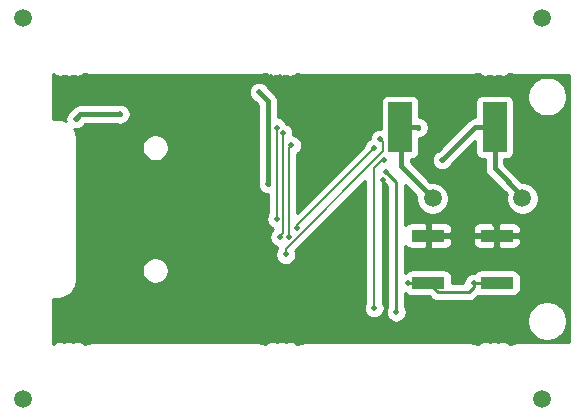
<source format=gtl>
%TF.GenerationSoftware,KiCad,Pcbnew,(5.1.8)-1*%
%TF.CreationDate,2021-01-16T15:49:20-05:00*%
%TF.ProjectId,uratt_fp,75726174-745f-4667-902e-6b696361645f,rev?*%
%TF.SameCoordinates,Original*%
%TF.FileFunction,Copper,L1,Top*%
%TF.FilePolarity,Positive*%
%FSLAX46Y46*%
G04 Gerber Fmt 4.6, Leading zero omitted, Abs format (unit mm)*
G04 Created by KiCad (PCBNEW (5.1.8)-1) date 2021-01-16 15:49:20*
%MOMM*%
%LPD*%
G01*
G04 APERTURE LIST*
%TA.AperFunction,ComponentPad*%
%ADD10C,1.508000*%
%TD*%
%TA.AperFunction,SMDPad,CuDef*%
%ADD11C,1.500000*%
%TD*%
%TA.AperFunction,SMDPad,CuDef*%
%ADD12R,2.800000X1.000000*%
%TD*%
%TA.AperFunction,SMDPad,CuDef*%
%ADD13R,2.000000X4.200000*%
%TD*%
%TA.AperFunction,ViaPad*%
%ADD14C,0.500000*%
%TD*%
%TA.AperFunction,Conductor*%
%ADD15C,0.400000*%
%TD*%
%TA.AperFunction,Conductor*%
%ADD16C,0.250000*%
%TD*%
%TA.AperFunction,Conductor*%
%ADD17C,0.200000*%
%TD*%
%TA.AperFunction,Conductor*%
%ADD18C,0.254000*%
%TD*%
%TA.AperFunction,Conductor*%
%ADD19C,0.100000*%
%TD*%
G04 APERTURE END LIST*
D10*
%TO.P,LS101,1*%
%TO.N,Net-(BZ101-Pad1)*%
X74950000Y-137500000D03*
%TO.P,LS101,2*%
%TO.N,Net-(BZ101-Pad2)*%
X82550000Y-137500000D03*
%TD*%
D11*
%TO.P,FID6,*%
%TO.N,*%
X84250000Y-122250000D03*
%TD*%
%TO.P,FID5,*%
%TO.N,*%
X40250000Y-122250000D03*
%TD*%
%TO.P,FID2,*%
%TO.N,*%
X84250000Y-154500000D03*
%TD*%
%TO.P,FID1,*%
%TO.N,*%
X40250000Y-154500000D03*
%TD*%
D12*
%TO.P,SW101,2*%
%TO.N,Net-(C101-Pad1)*%
X80370000Y-144648000D03*
X74570000Y-144648000D03*
%TO.P,SW101,1*%
%TO.N,GND1*%
X80370000Y-140648000D03*
X74570000Y-140648000D03*
%TD*%
D13*
%TO.P,BZ101,2*%
%TO.N,Net-(BZ101-Pad2)*%
X80200000Y-131456000D03*
%TO.P,BZ101,1*%
%TO.N,Net-(BZ101-Pad1)*%
X72200000Y-131456000D03*
%TD*%
D14*
%TO.N,GND1*%
X81000000Y-142750000D03*
X79500000Y-142750000D03*
X74500000Y-142750000D03*
X62000000Y-127250000D03*
X60500000Y-127250000D03*
X59750000Y-127250000D03*
X58250000Y-127250000D03*
X59000000Y-127250000D03*
X61250000Y-127250000D03*
X51500000Y-141250000D03*
X51500000Y-139000000D03*
X51500000Y-137500000D03*
X51500000Y-136750000D03*
X51500000Y-140500000D03*
X51500000Y-139750000D03*
X51500000Y-138250000D03*
X57750000Y-134000000D03*
X59500000Y-134000000D03*
X52750000Y-135750000D03*
X52750000Y-134250000D03*
X52750000Y-137750000D03*
X56750000Y-137750000D03*
X56750000Y-135625000D03*
X55000000Y-133500000D03*
X80250000Y-139750000D03*
X60000000Y-129500000D03*
X56250000Y-129500000D03*
X64750000Y-135250000D03*
X70709786Y-135945974D03*
X67250000Y-148000000D03*
X65750000Y-144500000D03*
X75250000Y-132250000D03*
X70250000Y-131000000D03*
%TO.N,/R_LCD_3.3V*%
X61025000Y-136275000D03*
X60250000Y-128500000D03*
%TO.N,/R_BTN*%
X71879945Y-147129945D03*
X71000000Y-135250000D03*
%TO.N,/R_LCD_RESET*%
X62000000Y-140750000D03*
X62280000Y-132000000D03*
%TO.N,/R_LCD_CLK*%
X63000000Y-133000000D03*
X62750226Y-140750226D03*
%TO.N,/R_LCD_CS*%
X61750000Y-139250000D03*
X61750000Y-131500000D03*
%TO.N,/R_LCD_DC*%
X62500000Y-142250000D03*
X70500000Y-132500000D03*
%TO.N,/R_LCD_MOSI*%
X70000000Y-133250010D03*
X63500226Y-140000226D03*
%TO.N,/R_BEEPER*%
X70000000Y-146750000D03*
X70802443Y-134267554D03*
%TO.N,Net-(BZ101-Pad2)*%
X75749990Y-134250000D03*
%TO.N,Net-(BZ101-Pad1)*%
X73750000Y-131500000D03*
%TO.N,Net-(C101-Pad1)*%
X72898000Y-144648000D03*
X78440527Y-144687202D03*
%TO.N,Net-(Q101-Pad1)*%
X48500000Y-130370000D03*
X44750000Y-130750000D03*
%TD*%
D15*
%TO.N,GND1*%
X80370000Y-139870000D02*
X80250000Y-139750000D01*
X80370000Y-140648000D02*
X80370000Y-139870000D01*
%TO.N,/R_LCD_3.3V*%
X61025000Y-129275000D02*
X60250000Y-128500000D01*
X61025000Y-136275000D02*
X61025000Y-129275000D01*
D16*
%TO.N,/R_BTN*%
X71879945Y-136129945D02*
X71879945Y-147129945D01*
X71879945Y-136129945D02*
X71000000Y-135250000D01*
D17*
%TO.N,/R_LCD_RESET*%
X62280000Y-140470000D02*
X62280000Y-132000000D01*
X62000000Y-140750000D02*
X62280000Y-140470000D01*
%TO.N,/R_LCD_CLK*%
X63000000Y-133000000D02*
X62750226Y-133249774D01*
X62750226Y-133249774D02*
X62750226Y-140750226D01*
%TO.N,/R_LCD_CS*%
X61750000Y-139250000D02*
X61750000Y-131500000D01*
%TO.N,/R_LCD_DC*%
X62500000Y-142250000D02*
X62500000Y-141750000D01*
X62500000Y-141750000D02*
X70750000Y-133500000D01*
X70750000Y-133500000D02*
X70749999Y-132749999D01*
X70749999Y-132749999D02*
X70500000Y-132500000D01*
%TO.N,/R_LCD_MOSI*%
X70000000Y-133250010D02*
X63500226Y-139749784D01*
X63500226Y-139749784D02*
X63500226Y-140000226D01*
%TO.N,/R_BEEPER*%
X70698044Y-134267554D02*
X70802443Y-134267554D01*
X70000000Y-134965598D02*
X70698044Y-134267554D01*
X70000000Y-146750000D02*
X70000000Y-134965598D01*
D15*
%TO.N,Net-(BZ101-Pad2)*%
X82550000Y-137500000D02*
X82550000Y-137300000D01*
X80200000Y-134950000D02*
X80200000Y-131456000D01*
X82550000Y-137300000D02*
X80200000Y-134950000D01*
X80200000Y-131456000D02*
X78543990Y-131456000D01*
X78543990Y-131456000D02*
X75749990Y-134250000D01*
%TO.N,Net-(BZ101-Pad1)*%
X73706000Y-131456000D02*
X73750000Y-131500000D01*
X72200000Y-131456000D02*
X73706000Y-131456000D01*
X74950000Y-137500000D02*
X72250000Y-134800000D01*
X72250000Y-131506000D02*
X72200000Y-131456000D01*
X72250000Y-134800000D02*
X72250000Y-131506000D01*
D16*
%TO.N,Net-(C101-Pad1)*%
X74570000Y-144648000D02*
X72898000Y-144648000D01*
X78479729Y-144648000D02*
X78440527Y-144687202D01*
X75377072Y-145455072D02*
X78026210Y-145455072D01*
X74570000Y-144648000D02*
X75377072Y-145455072D01*
X80370000Y-144648000D02*
X78479729Y-144648000D01*
X78440527Y-145040755D02*
X78440527Y-144687202D01*
X78026210Y-145455072D02*
X78440527Y-145040755D01*
D15*
%TO.N,Net-(Q101-Pad1)*%
X45130000Y-130370000D02*
X44750000Y-130750000D01*
X48500000Y-130370000D02*
X45130000Y-130370000D01*
%TD*%
D18*
%TO.N,GND1*%
X78879655Y-127009168D02*
X79012321Y-127097812D01*
X79159732Y-127158872D01*
X79316222Y-127190000D01*
X79475778Y-127190000D01*
X79632268Y-127158872D01*
X79771000Y-127101407D01*
X79909732Y-127158872D01*
X80066222Y-127190000D01*
X80225778Y-127190000D01*
X80382268Y-127158872D01*
X80521000Y-127101407D01*
X80659732Y-127158872D01*
X80816222Y-127190000D01*
X80975778Y-127190000D01*
X81132268Y-127158872D01*
X81279679Y-127097812D01*
X81412345Y-127009168D01*
X81492065Y-126929448D01*
X81500739Y-126933022D01*
X81557807Y-126957482D01*
X81566944Y-126960310D01*
X81753780Y-127016719D01*
X81814690Y-127028780D01*
X81875409Y-127041686D01*
X81884921Y-127042686D01*
X82079155Y-127061731D01*
X82079163Y-127061731D01*
X82112353Y-127065000D01*
X86461001Y-127065000D01*
X86461000Y-149695000D01*
X82112353Y-149695000D01*
X82078169Y-149698367D01*
X82065193Y-149698367D01*
X82055681Y-149699366D01*
X81861732Y-149721121D01*
X81801024Y-149734025D01*
X81740099Y-149746089D01*
X81730962Y-149748917D01*
X81544932Y-149807930D01*
X81492091Y-149830578D01*
X81412345Y-149750832D01*
X81279679Y-149662188D01*
X81132268Y-149601128D01*
X80975778Y-149570000D01*
X80816222Y-149570000D01*
X80659732Y-149601128D01*
X80521000Y-149658593D01*
X80382268Y-149601128D01*
X80225778Y-149570000D01*
X80066222Y-149570000D01*
X79909732Y-149601128D01*
X79771000Y-149658593D01*
X79632268Y-149601128D01*
X79475778Y-149570000D01*
X79316222Y-149570000D01*
X79159732Y-149601128D01*
X79012321Y-149662188D01*
X78879655Y-149750832D01*
X78799934Y-149830553D01*
X78791261Y-149826978D01*
X78734193Y-149802519D01*
X78725057Y-149799690D01*
X78538220Y-149743281D01*
X78477302Y-149731219D01*
X78416590Y-149718314D01*
X78407078Y-149717314D01*
X78212845Y-149698269D01*
X78212837Y-149698269D01*
X78179647Y-149695000D01*
X64112353Y-149695000D01*
X64078169Y-149698367D01*
X64065193Y-149698367D01*
X64055681Y-149699366D01*
X63861732Y-149721121D01*
X63801024Y-149734025D01*
X63740099Y-149746089D01*
X63730962Y-149748917D01*
X63544932Y-149807930D01*
X63492091Y-149830578D01*
X63412345Y-149750832D01*
X63279679Y-149662188D01*
X63132268Y-149601128D01*
X62975778Y-149570000D01*
X62816222Y-149570000D01*
X62659732Y-149601128D01*
X62521000Y-149658593D01*
X62382268Y-149601128D01*
X62225778Y-149570000D01*
X62066222Y-149570000D01*
X61909732Y-149601128D01*
X61771000Y-149658593D01*
X61632268Y-149601128D01*
X61475778Y-149570000D01*
X61316222Y-149570000D01*
X61159732Y-149601128D01*
X61012321Y-149662188D01*
X60879655Y-149750832D01*
X60799934Y-149830553D01*
X60791261Y-149826978D01*
X60734193Y-149802519D01*
X60725057Y-149799690D01*
X60538220Y-149743281D01*
X60477302Y-149731219D01*
X60416590Y-149718314D01*
X60407078Y-149717314D01*
X60212845Y-149698269D01*
X60212837Y-149698269D01*
X60179647Y-149695000D01*
X46112353Y-149695000D01*
X46078169Y-149698367D01*
X46065193Y-149698367D01*
X46055681Y-149699366D01*
X45861732Y-149721121D01*
X45801024Y-149734025D01*
X45740099Y-149746089D01*
X45730962Y-149748917D01*
X45544932Y-149807930D01*
X45492091Y-149830578D01*
X45412345Y-149750832D01*
X45279679Y-149662188D01*
X45132268Y-149601128D01*
X44975778Y-149570000D01*
X44816222Y-149570000D01*
X44659732Y-149601128D01*
X44521000Y-149658593D01*
X44382268Y-149601128D01*
X44225778Y-149570000D01*
X44066222Y-149570000D01*
X43909732Y-149601128D01*
X43771000Y-149658593D01*
X43632268Y-149601128D01*
X43475778Y-149570000D01*
X43316222Y-149570000D01*
X43159732Y-149601128D01*
X43012321Y-149662188D01*
X42879655Y-149750832D01*
X42799934Y-149830553D01*
X42799000Y-149830168D01*
X42799000Y-146015000D01*
X43179647Y-146015000D01*
X43208955Y-146012113D01*
X43215066Y-146012156D01*
X43224585Y-146011223D01*
X43418682Y-145990822D01*
X43479496Y-145978339D01*
X43540481Y-145966705D01*
X43549637Y-145963941D01*
X43736075Y-145906229D01*
X43793279Y-145882182D01*
X43850873Y-145858913D01*
X43859317Y-145854423D01*
X44030994Y-145761598D01*
X44082468Y-145726878D01*
X44134418Y-145692883D01*
X44141829Y-145686839D01*
X44292207Y-145562435D01*
X44335973Y-145518362D01*
X44380311Y-145474943D01*
X44386408Y-145467574D01*
X44509758Y-145316332D01*
X44544126Y-145264603D01*
X44579191Y-145213392D01*
X44583739Y-145204981D01*
X44583740Y-145204980D01*
X44583742Y-145204976D01*
X44675366Y-145032657D01*
X44699022Y-144975261D01*
X44723482Y-144918193D01*
X44726310Y-144909056D01*
X44782719Y-144722220D01*
X44794780Y-144661310D01*
X44807686Y-144600591D01*
X44808686Y-144591079D01*
X44827731Y-144396845D01*
X44827731Y-144396837D01*
X44831000Y-144363647D01*
X44831000Y-143491212D01*
X50329000Y-143491212D01*
X50329000Y-143714788D01*
X50372617Y-143934067D01*
X50458176Y-144140624D01*
X50582388Y-144326520D01*
X50740480Y-144484612D01*
X50926376Y-144608824D01*
X51132933Y-144694383D01*
X51352212Y-144738000D01*
X51575788Y-144738000D01*
X51795067Y-144694383D01*
X52001624Y-144608824D01*
X52187520Y-144484612D01*
X52345612Y-144326520D01*
X52469824Y-144140624D01*
X52555383Y-143934067D01*
X52599000Y-143714788D01*
X52599000Y-143491212D01*
X52555383Y-143271933D01*
X52469824Y-143065376D01*
X52345612Y-142879480D01*
X52187520Y-142721388D01*
X52001624Y-142597176D01*
X51795067Y-142511617D01*
X51575788Y-142468000D01*
X51352212Y-142468000D01*
X51132933Y-142511617D01*
X50926376Y-142597176D01*
X50740480Y-142721388D01*
X50582388Y-142879480D01*
X50458176Y-143065376D01*
X50372617Y-143271933D01*
X50329000Y-143491212D01*
X44831000Y-143491212D01*
X44831000Y-133091212D01*
X50329000Y-133091212D01*
X50329000Y-133314788D01*
X50372617Y-133534067D01*
X50458176Y-133740624D01*
X50582388Y-133926520D01*
X50740480Y-134084612D01*
X50926376Y-134208824D01*
X51132933Y-134294383D01*
X51352212Y-134338000D01*
X51575788Y-134338000D01*
X51795067Y-134294383D01*
X52001624Y-134208824D01*
X52187520Y-134084612D01*
X52345612Y-133926520D01*
X52469824Y-133740624D01*
X52555383Y-133534067D01*
X52599000Y-133314788D01*
X52599000Y-133091212D01*
X52555383Y-132871933D01*
X52469824Y-132665376D01*
X52345612Y-132479480D01*
X52187520Y-132321388D01*
X52001624Y-132197176D01*
X51795067Y-132111617D01*
X51575788Y-132068000D01*
X51352212Y-132068000D01*
X51132933Y-132111617D01*
X50926376Y-132197176D01*
X50740480Y-132321388D01*
X50582388Y-132479480D01*
X50458176Y-132665376D01*
X50372617Y-132871933D01*
X50329000Y-133091212D01*
X44831000Y-133091212D01*
X44831000Y-132396353D01*
X44828113Y-132367045D01*
X44828156Y-132360933D01*
X44827223Y-132351415D01*
X44806822Y-132157318D01*
X44794339Y-132096504D01*
X44782705Y-132035519D01*
X44779941Y-132026363D01*
X44722229Y-131839925D01*
X44698170Y-131782692D01*
X44674913Y-131725127D01*
X44670423Y-131716682D01*
X44621850Y-131626848D01*
X44662835Y-131635000D01*
X44837165Y-131635000D01*
X45008145Y-131600990D01*
X45169205Y-131534277D01*
X45314155Y-131437424D01*
X45437424Y-131314155D01*
X45510359Y-131205000D01*
X48203252Y-131205000D01*
X48241855Y-131220990D01*
X48412835Y-131255000D01*
X48587165Y-131255000D01*
X48758145Y-131220990D01*
X48919205Y-131154277D01*
X49064155Y-131057424D01*
X49187424Y-130934155D01*
X49284277Y-130789205D01*
X49350990Y-130628145D01*
X49385000Y-130457165D01*
X49385000Y-130282835D01*
X49350990Y-130111855D01*
X49284277Y-129950795D01*
X49187424Y-129805845D01*
X49064155Y-129682576D01*
X48919205Y-129585723D01*
X48758145Y-129519010D01*
X48587165Y-129485000D01*
X48412835Y-129485000D01*
X48241855Y-129519010D01*
X48203252Y-129535000D01*
X45171018Y-129535000D01*
X45129999Y-129530960D01*
X45088981Y-129535000D01*
X44966311Y-129547082D01*
X44808913Y-129594828D01*
X44663854Y-129672364D01*
X44536709Y-129776709D01*
X44510554Y-129808579D01*
X44369401Y-129949732D01*
X44330795Y-129965723D01*
X44185845Y-130062576D01*
X44062576Y-130185845D01*
X43965723Y-130330795D01*
X43899010Y-130491855D01*
X43865000Y-130662835D01*
X43865000Y-130837165D01*
X43881051Y-130917859D01*
X43848657Y-130900635D01*
X43791261Y-130876978D01*
X43734193Y-130852519D01*
X43725057Y-130849690D01*
X43538220Y-130793281D01*
X43477302Y-130781219D01*
X43416590Y-130768314D01*
X43407078Y-130767314D01*
X43212845Y-130748269D01*
X43212837Y-130748269D01*
X43179647Y-130745000D01*
X42799000Y-130745000D01*
X42799000Y-128412835D01*
X59365000Y-128412835D01*
X59365000Y-128587165D01*
X59399010Y-128758145D01*
X59465723Y-128919205D01*
X59562576Y-129064155D01*
X59685845Y-129187424D01*
X59830795Y-129284277D01*
X59869400Y-129300268D01*
X60190001Y-129620869D01*
X60190000Y-135978251D01*
X60174010Y-136016855D01*
X60140000Y-136187835D01*
X60140000Y-136362165D01*
X60174010Y-136533145D01*
X60240723Y-136694205D01*
X60337576Y-136839155D01*
X60460845Y-136962424D01*
X60605795Y-137059277D01*
X60766855Y-137125990D01*
X60937835Y-137160000D01*
X61015000Y-137160000D01*
X61015000Y-138757047D01*
X60965723Y-138830795D01*
X60899010Y-138991855D01*
X60865000Y-139162835D01*
X60865000Y-139337165D01*
X60899010Y-139508145D01*
X60965723Y-139669205D01*
X61062576Y-139814155D01*
X61185845Y-139937424D01*
X61330795Y-140034277D01*
X61425087Y-140073334D01*
X61312576Y-140185845D01*
X61215723Y-140330795D01*
X61149010Y-140491855D01*
X61115000Y-140662835D01*
X61115000Y-140837165D01*
X61149010Y-141008145D01*
X61215723Y-141169205D01*
X61312576Y-141314155D01*
X61435845Y-141437424D01*
X61580795Y-141534277D01*
X61741855Y-141600990D01*
X61775462Y-141607675D01*
X61761444Y-141750000D01*
X61762506Y-141760780D01*
X61715723Y-141830795D01*
X61649010Y-141991855D01*
X61615000Y-142162835D01*
X61615000Y-142337165D01*
X61649010Y-142508145D01*
X61715723Y-142669205D01*
X61812576Y-142814155D01*
X61935845Y-142937424D01*
X62080795Y-143034277D01*
X62241855Y-143100990D01*
X62412835Y-143135000D01*
X62587165Y-143135000D01*
X62758145Y-143100990D01*
X62919205Y-143034277D01*
X63064155Y-142937424D01*
X63187424Y-142814155D01*
X63284277Y-142669205D01*
X63350990Y-142508145D01*
X63385000Y-142337165D01*
X63385000Y-142162835D01*
X63350990Y-141991855D01*
X63335350Y-141954096D01*
X69265001Y-136024446D01*
X69265000Y-146257047D01*
X69215723Y-146330795D01*
X69149010Y-146491855D01*
X69115000Y-146662835D01*
X69115000Y-146837165D01*
X69149010Y-147008145D01*
X69215723Y-147169205D01*
X69312576Y-147314155D01*
X69435845Y-147437424D01*
X69580795Y-147534277D01*
X69741855Y-147600990D01*
X69912835Y-147635000D01*
X70087165Y-147635000D01*
X70258145Y-147600990D01*
X70419205Y-147534277D01*
X70564155Y-147437424D01*
X70687424Y-147314155D01*
X70784277Y-147169205D01*
X70850990Y-147008145D01*
X70885000Y-146837165D01*
X70885000Y-146662835D01*
X70850990Y-146491855D01*
X70784277Y-146330795D01*
X70735000Y-146257047D01*
X70735000Y-136098151D01*
X70741855Y-136100990D01*
X70784714Y-136109515D01*
X71119945Y-136444747D01*
X71119946Y-146674406D01*
X71095668Y-146710740D01*
X71028955Y-146871800D01*
X70994945Y-147042780D01*
X70994945Y-147217110D01*
X71028955Y-147388090D01*
X71095668Y-147549150D01*
X71192521Y-147694100D01*
X71315790Y-147817369D01*
X71460740Y-147914222D01*
X71621800Y-147980935D01*
X71792780Y-148014945D01*
X71967110Y-148014945D01*
X72138090Y-147980935D01*
X72299150Y-147914222D01*
X72444100Y-147817369D01*
X72547427Y-147714042D01*
X82961000Y-147714042D01*
X82961000Y-148045958D01*
X83025754Y-148371496D01*
X83152772Y-148678147D01*
X83337175Y-148954125D01*
X83571875Y-149188825D01*
X83847853Y-149373228D01*
X84154504Y-149500246D01*
X84480042Y-149565000D01*
X84811958Y-149565000D01*
X85137496Y-149500246D01*
X85444147Y-149373228D01*
X85720125Y-149188825D01*
X85954825Y-148954125D01*
X86139228Y-148678147D01*
X86266246Y-148371496D01*
X86331000Y-148045958D01*
X86331000Y-147714042D01*
X86266246Y-147388504D01*
X86139228Y-147081853D01*
X85954825Y-146805875D01*
X85720125Y-146571175D01*
X85444147Y-146386772D01*
X85137496Y-146259754D01*
X84811958Y-146195000D01*
X84480042Y-146195000D01*
X84154504Y-146259754D01*
X83847853Y-146386772D01*
X83571875Y-146571175D01*
X83337175Y-146805875D01*
X83152772Y-147081853D01*
X83025754Y-147388504D01*
X82961000Y-147714042D01*
X72547427Y-147714042D01*
X72567369Y-147694100D01*
X72664222Y-147549150D01*
X72730935Y-147388090D01*
X72764945Y-147217110D01*
X72764945Y-147042780D01*
X72730935Y-146871800D01*
X72664222Y-146710740D01*
X72639945Y-146674407D01*
X72639945Y-145503081D01*
X72718815Y-145599185D01*
X72815506Y-145678537D01*
X72925820Y-145737502D01*
X73045518Y-145773812D01*
X73170000Y-145786072D01*
X74633270Y-145786072D01*
X74813273Y-145966074D01*
X74837071Y-145995073D01*
X74952796Y-146090046D01*
X75084825Y-146160618D01*
X75228086Y-146204075D01*
X75339739Y-146215072D01*
X75339748Y-146215072D01*
X75377071Y-146218748D01*
X75414394Y-146215072D01*
X77988888Y-146215072D01*
X78026210Y-146218748D01*
X78063532Y-146215072D01*
X78063543Y-146215072D01*
X78175196Y-146204075D01*
X78318457Y-146160618D01*
X78450486Y-146090046D01*
X78566211Y-145995073D01*
X78590014Y-145966069D01*
X78796991Y-145759092D01*
X78845518Y-145773812D01*
X78970000Y-145786072D01*
X81770000Y-145786072D01*
X81894482Y-145773812D01*
X82014180Y-145737502D01*
X82124494Y-145678537D01*
X82221185Y-145599185D01*
X82300537Y-145502494D01*
X82359502Y-145392180D01*
X82395812Y-145272482D01*
X82408072Y-145148000D01*
X82408072Y-144148000D01*
X82395812Y-144023518D01*
X82359502Y-143903820D01*
X82300537Y-143793506D01*
X82221185Y-143696815D01*
X82124494Y-143617463D01*
X82014180Y-143558498D01*
X81894482Y-143522188D01*
X81770000Y-143509928D01*
X78970000Y-143509928D01*
X78845518Y-143522188D01*
X78725820Y-143558498D01*
X78615506Y-143617463D01*
X78518815Y-143696815D01*
X78439463Y-143793506D01*
X78434815Y-143802202D01*
X78353362Y-143802202D01*
X78182382Y-143836212D01*
X78021322Y-143902925D01*
X77876372Y-143999778D01*
X77753103Y-144123047D01*
X77656250Y-144267997D01*
X77589537Y-144429057D01*
X77555527Y-144600037D01*
X77555527Y-144695072D01*
X76608072Y-144695072D01*
X76608072Y-144148000D01*
X76595812Y-144023518D01*
X76559502Y-143903820D01*
X76500537Y-143793506D01*
X76421185Y-143696815D01*
X76324494Y-143617463D01*
X76214180Y-143558498D01*
X76094482Y-143522188D01*
X75970000Y-143509928D01*
X73170000Y-143509928D01*
X73045518Y-143522188D01*
X72925820Y-143558498D01*
X72815506Y-143617463D01*
X72718815Y-143696815D01*
X72639945Y-143792919D01*
X72639945Y-141503081D01*
X72718815Y-141599185D01*
X72815506Y-141678537D01*
X72925820Y-141737502D01*
X73045518Y-141773812D01*
X73170000Y-141786072D01*
X74284250Y-141783000D01*
X74443000Y-141624250D01*
X74443000Y-140775000D01*
X74697000Y-140775000D01*
X74697000Y-141624250D01*
X74855750Y-141783000D01*
X75970000Y-141786072D01*
X76094482Y-141773812D01*
X76214180Y-141737502D01*
X76324494Y-141678537D01*
X76421185Y-141599185D01*
X76500537Y-141502494D01*
X76559502Y-141392180D01*
X76595812Y-141272482D01*
X76608072Y-141148000D01*
X78331928Y-141148000D01*
X78344188Y-141272482D01*
X78380498Y-141392180D01*
X78439463Y-141502494D01*
X78518815Y-141599185D01*
X78615506Y-141678537D01*
X78725820Y-141737502D01*
X78845518Y-141773812D01*
X78970000Y-141786072D01*
X80084250Y-141783000D01*
X80243000Y-141624250D01*
X80243000Y-140775000D01*
X80497000Y-140775000D01*
X80497000Y-141624250D01*
X80655750Y-141783000D01*
X81770000Y-141786072D01*
X81894482Y-141773812D01*
X82014180Y-141737502D01*
X82124494Y-141678537D01*
X82221185Y-141599185D01*
X82300537Y-141502494D01*
X82359502Y-141392180D01*
X82395812Y-141272482D01*
X82408072Y-141148000D01*
X82405000Y-140933750D01*
X82246250Y-140775000D01*
X80497000Y-140775000D01*
X80243000Y-140775000D01*
X78493750Y-140775000D01*
X78335000Y-140933750D01*
X78331928Y-141148000D01*
X76608072Y-141148000D01*
X76605000Y-140933750D01*
X76446250Y-140775000D01*
X74697000Y-140775000D01*
X74443000Y-140775000D01*
X74423000Y-140775000D01*
X74423000Y-140521000D01*
X74443000Y-140521000D01*
X74443000Y-139671750D01*
X74697000Y-139671750D01*
X74697000Y-140521000D01*
X76446250Y-140521000D01*
X76605000Y-140362250D01*
X76608072Y-140148000D01*
X78331928Y-140148000D01*
X78335000Y-140362250D01*
X78493750Y-140521000D01*
X80243000Y-140521000D01*
X80243000Y-139671750D01*
X80497000Y-139671750D01*
X80497000Y-140521000D01*
X82246250Y-140521000D01*
X82405000Y-140362250D01*
X82408072Y-140148000D01*
X82395812Y-140023518D01*
X82359502Y-139903820D01*
X82300537Y-139793506D01*
X82221185Y-139696815D01*
X82124494Y-139617463D01*
X82014180Y-139558498D01*
X81894482Y-139522188D01*
X81770000Y-139509928D01*
X80655750Y-139513000D01*
X80497000Y-139671750D01*
X80243000Y-139671750D01*
X80084250Y-139513000D01*
X78970000Y-139509928D01*
X78845518Y-139522188D01*
X78725820Y-139558498D01*
X78615506Y-139617463D01*
X78518815Y-139696815D01*
X78439463Y-139793506D01*
X78380498Y-139903820D01*
X78344188Y-140023518D01*
X78331928Y-140148000D01*
X76608072Y-140148000D01*
X76595812Y-140023518D01*
X76559502Y-139903820D01*
X76500537Y-139793506D01*
X76421185Y-139696815D01*
X76324494Y-139617463D01*
X76214180Y-139558498D01*
X76094482Y-139522188D01*
X75970000Y-139509928D01*
X74855750Y-139513000D01*
X74697000Y-139671750D01*
X74443000Y-139671750D01*
X74284250Y-139513000D01*
X73170000Y-139509928D01*
X73045518Y-139522188D01*
X72925820Y-139558498D01*
X72815506Y-139617463D01*
X72718815Y-139696815D01*
X72639945Y-139792919D01*
X72639945Y-136370813D01*
X73572834Y-137303702D01*
X73561000Y-137363195D01*
X73561000Y-137636805D01*
X73614378Y-137905156D01*
X73719084Y-138157938D01*
X73871093Y-138385436D01*
X74064564Y-138578907D01*
X74292062Y-138730916D01*
X74544844Y-138835622D01*
X74813195Y-138889000D01*
X75086805Y-138889000D01*
X75355156Y-138835622D01*
X75607938Y-138730916D01*
X75835436Y-138578907D01*
X76028907Y-138385436D01*
X76180916Y-138157938D01*
X76285622Y-137905156D01*
X76339000Y-137636805D01*
X76339000Y-137363195D01*
X76285622Y-137094844D01*
X76180916Y-136842062D01*
X76028907Y-136614564D01*
X75835436Y-136421093D01*
X75607938Y-136269084D01*
X75355156Y-136164378D01*
X75086805Y-136111000D01*
X74813195Y-136111000D01*
X74753702Y-136122834D01*
X73085000Y-134454133D01*
X73085000Y-134194072D01*
X73200000Y-134194072D01*
X73324482Y-134181812D01*
X73387040Y-134162835D01*
X74864990Y-134162835D01*
X74864990Y-134337165D01*
X74899000Y-134508145D01*
X74965713Y-134669205D01*
X75062566Y-134814155D01*
X75185835Y-134937424D01*
X75330785Y-135034277D01*
X75491845Y-135100990D01*
X75662825Y-135135000D01*
X75837155Y-135135000D01*
X76008135Y-135100990D01*
X76169195Y-135034277D01*
X76314145Y-134937424D01*
X76437414Y-134814155D01*
X76534267Y-134669205D01*
X76550258Y-134630599D01*
X78561928Y-132618931D01*
X78561928Y-133556000D01*
X78574188Y-133680482D01*
X78610498Y-133800180D01*
X78669463Y-133910494D01*
X78748815Y-134007185D01*
X78845506Y-134086537D01*
X78955820Y-134145502D01*
X79075518Y-134181812D01*
X79200000Y-134194072D01*
X79365000Y-134194072D01*
X79365000Y-134908981D01*
X79360960Y-134950000D01*
X79365000Y-134991018D01*
X79377082Y-135113688D01*
X79424828Y-135271086D01*
X79502364Y-135416145D01*
X79606709Y-135543291D01*
X79638579Y-135569446D01*
X81206016Y-137136884D01*
X81161000Y-137363195D01*
X81161000Y-137636805D01*
X81214378Y-137905156D01*
X81319084Y-138157938D01*
X81471093Y-138385436D01*
X81664564Y-138578907D01*
X81892062Y-138730916D01*
X82144844Y-138835622D01*
X82413195Y-138889000D01*
X82686805Y-138889000D01*
X82955156Y-138835622D01*
X83207938Y-138730916D01*
X83435436Y-138578907D01*
X83628907Y-138385436D01*
X83780916Y-138157938D01*
X83885622Y-137905156D01*
X83939000Y-137636805D01*
X83939000Y-137363195D01*
X83885622Y-137094844D01*
X83780916Y-136842062D01*
X83628907Y-136614564D01*
X83435436Y-136421093D01*
X83207938Y-136269084D01*
X82955156Y-136164378D01*
X82686805Y-136111000D01*
X82541868Y-136111000D01*
X81035000Y-134604133D01*
X81035000Y-134194072D01*
X81200000Y-134194072D01*
X81324482Y-134181812D01*
X81444180Y-134145502D01*
X81554494Y-134086537D01*
X81651185Y-134007185D01*
X81730537Y-133910494D01*
X81789502Y-133800180D01*
X81825812Y-133680482D01*
X81838072Y-133556000D01*
X81838072Y-129356000D01*
X81825812Y-129231518D01*
X81789502Y-129111820D01*
X81730537Y-129001506D01*
X81651185Y-128904815D01*
X81554494Y-128825463D01*
X81444180Y-128766498D01*
X81324482Y-128730188D01*
X81200000Y-128717928D01*
X79200000Y-128717928D01*
X79075518Y-128730188D01*
X78955820Y-128766498D01*
X78845506Y-128825463D01*
X78748815Y-128904815D01*
X78669463Y-129001506D01*
X78610498Y-129111820D01*
X78574188Y-129231518D01*
X78561928Y-129356000D01*
X78561928Y-130618727D01*
X78543990Y-130616960D01*
X78502972Y-130621000D01*
X78502971Y-130621000D01*
X78380301Y-130633082D01*
X78268620Y-130666960D01*
X78222903Y-130680828D01*
X78077844Y-130758364D01*
X77998204Y-130823723D01*
X77950699Y-130862709D01*
X77924553Y-130894568D01*
X75369391Y-133449732D01*
X75330785Y-133465723D01*
X75185835Y-133562576D01*
X75062566Y-133685845D01*
X74965713Y-133830795D01*
X74899000Y-133991855D01*
X74864990Y-134162835D01*
X73387040Y-134162835D01*
X73444180Y-134145502D01*
X73554494Y-134086537D01*
X73651185Y-134007185D01*
X73730537Y-133910494D01*
X73789502Y-133800180D01*
X73825812Y-133680482D01*
X73838072Y-133556000D01*
X73838072Y-132384820D01*
X74008145Y-132350990D01*
X74169205Y-132284277D01*
X74314155Y-132187424D01*
X74437424Y-132064155D01*
X74534277Y-131919205D01*
X74600990Y-131758145D01*
X74635000Y-131587165D01*
X74635000Y-131412835D01*
X74600990Y-131241855D01*
X74534277Y-131080795D01*
X74437424Y-130935845D01*
X74314155Y-130812576D01*
X74169205Y-130715723D01*
X74008145Y-130649010D01*
X73838072Y-130615180D01*
X73838072Y-129356000D01*
X73825812Y-129231518D01*
X73789502Y-129111820D01*
X73730537Y-129001506D01*
X73651185Y-128904815D01*
X73554494Y-128825463D01*
X73444180Y-128766498D01*
X73324482Y-128730188D01*
X73200000Y-128717928D01*
X71200000Y-128717928D01*
X71075518Y-128730188D01*
X70955820Y-128766498D01*
X70845506Y-128825463D01*
X70748815Y-128904815D01*
X70669463Y-129001506D01*
X70610498Y-129111820D01*
X70574188Y-129231518D01*
X70561928Y-129356000D01*
X70561928Y-131615000D01*
X70412835Y-131615000D01*
X70241855Y-131649010D01*
X70080795Y-131715723D01*
X69935845Y-131812576D01*
X69812576Y-131935845D01*
X69715723Y-132080795D01*
X69649010Y-132241855D01*
X69615000Y-132412835D01*
X69615000Y-132451565D01*
X69580795Y-132465733D01*
X69435845Y-132562586D01*
X69312576Y-132685855D01*
X69215723Y-132830805D01*
X69149010Y-132991865D01*
X69131706Y-133078857D01*
X63485226Y-138725338D01*
X63485226Y-133740163D01*
X63564155Y-133687424D01*
X63687424Y-133564155D01*
X63784277Y-133419205D01*
X63850990Y-133258145D01*
X63885000Y-133087165D01*
X63885000Y-132912835D01*
X63850990Y-132741855D01*
X63784277Y-132580795D01*
X63687424Y-132435845D01*
X63564155Y-132312576D01*
X63419205Y-132215723D01*
X63258145Y-132149010D01*
X63156712Y-132128834D01*
X63165000Y-132087165D01*
X63165000Y-131912835D01*
X63130990Y-131741855D01*
X63064277Y-131580795D01*
X62967424Y-131435845D01*
X62844155Y-131312576D01*
X62699205Y-131215723D01*
X62567583Y-131161204D01*
X62534277Y-131080795D01*
X62437424Y-130935845D01*
X62314155Y-130812576D01*
X62169205Y-130715723D01*
X62008145Y-130649010D01*
X61860000Y-130619542D01*
X61860000Y-129316018D01*
X61864040Y-129275000D01*
X61859757Y-129231518D01*
X61847918Y-129111311D01*
X61800172Y-128953913D01*
X61722636Y-128808854D01*
X61644826Y-128714042D01*
X82961000Y-128714042D01*
X82961000Y-129045958D01*
X83025754Y-129371496D01*
X83152772Y-129678147D01*
X83337175Y-129954125D01*
X83571875Y-130188825D01*
X83847853Y-130373228D01*
X84154504Y-130500246D01*
X84480042Y-130565000D01*
X84811958Y-130565000D01*
X85137496Y-130500246D01*
X85444147Y-130373228D01*
X85720125Y-130188825D01*
X85954825Y-129954125D01*
X86139228Y-129678147D01*
X86266246Y-129371496D01*
X86331000Y-129045958D01*
X86331000Y-128714042D01*
X86266246Y-128388504D01*
X86139228Y-128081853D01*
X85954825Y-127805875D01*
X85720125Y-127571175D01*
X85444147Y-127386772D01*
X85137496Y-127259754D01*
X84811958Y-127195000D01*
X84480042Y-127195000D01*
X84154504Y-127259754D01*
X83847853Y-127386772D01*
X83571875Y-127571175D01*
X83337175Y-127805875D01*
X83152772Y-128081853D01*
X83025754Y-128388504D01*
X82961000Y-128714042D01*
X61644826Y-128714042D01*
X61618291Y-128681709D01*
X61586431Y-128655563D01*
X61050268Y-128119400D01*
X61034277Y-128080795D01*
X60937424Y-127935845D01*
X60814155Y-127812576D01*
X60669205Y-127715723D01*
X60508145Y-127649010D01*
X60337165Y-127615000D01*
X60162835Y-127615000D01*
X59991855Y-127649010D01*
X59830795Y-127715723D01*
X59685845Y-127812576D01*
X59562576Y-127935845D01*
X59465723Y-128080795D01*
X59399010Y-128241855D01*
X59365000Y-128412835D01*
X42799000Y-128412835D01*
X42799000Y-126929812D01*
X42799909Y-126929422D01*
X42879655Y-127009168D01*
X43012321Y-127097812D01*
X43159732Y-127158872D01*
X43316222Y-127190000D01*
X43475778Y-127190000D01*
X43632268Y-127158872D01*
X43771000Y-127101407D01*
X43909732Y-127158872D01*
X44066222Y-127190000D01*
X44225778Y-127190000D01*
X44382268Y-127158872D01*
X44521000Y-127101407D01*
X44659732Y-127158872D01*
X44816222Y-127190000D01*
X44975778Y-127190000D01*
X45132268Y-127158872D01*
X45279679Y-127097812D01*
X45412345Y-127009168D01*
X45492065Y-126929448D01*
X45500739Y-126933022D01*
X45557807Y-126957482D01*
X45566944Y-126960310D01*
X45753780Y-127016719D01*
X45814690Y-127028780D01*
X45875409Y-127041686D01*
X45884921Y-127042686D01*
X46079155Y-127061731D01*
X46079163Y-127061731D01*
X46112353Y-127065000D01*
X60179647Y-127065000D01*
X60213822Y-127061634D01*
X60226806Y-127061634D01*
X60236318Y-127060634D01*
X60430268Y-127038879D01*
X60490976Y-127025975D01*
X60551901Y-127013911D01*
X60561038Y-127011083D01*
X60747068Y-126952070D01*
X60799909Y-126929422D01*
X60879655Y-127009168D01*
X61012321Y-127097812D01*
X61159732Y-127158872D01*
X61316222Y-127190000D01*
X61475778Y-127190000D01*
X61632268Y-127158872D01*
X61771000Y-127101407D01*
X61909732Y-127158872D01*
X62066222Y-127190000D01*
X62225778Y-127190000D01*
X62382268Y-127158872D01*
X62521000Y-127101407D01*
X62659732Y-127158872D01*
X62816222Y-127190000D01*
X62975778Y-127190000D01*
X63132268Y-127158872D01*
X63279679Y-127097812D01*
X63412345Y-127009168D01*
X63492065Y-126929448D01*
X63500739Y-126933022D01*
X63557807Y-126957482D01*
X63566944Y-126960310D01*
X63753780Y-127016719D01*
X63814690Y-127028780D01*
X63875409Y-127041686D01*
X63884921Y-127042686D01*
X64079155Y-127061731D01*
X64079163Y-127061731D01*
X64112353Y-127065000D01*
X78179647Y-127065000D01*
X78213822Y-127061634D01*
X78226806Y-127061634D01*
X78236318Y-127060634D01*
X78430268Y-127038879D01*
X78490976Y-127025975D01*
X78551901Y-127013911D01*
X78561038Y-127011083D01*
X78747068Y-126952070D01*
X78799909Y-126929422D01*
X78879655Y-127009168D01*
%TA.AperFunction,Conductor*%
D19*
G36*
X78879655Y-127009168D02*
G01*
X79012321Y-127097812D01*
X79159732Y-127158872D01*
X79316222Y-127190000D01*
X79475778Y-127190000D01*
X79632268Y-127158872D01*
X79771000Y-127101407D01*
X79909732Y-127158872D01*
X80066222Y-127190000D01*
X80225778Y-127190000D01*
X80382268Y-127158872D01*
X80521000Y-127101407D01*
X80659732Y-127158872D01*
X80816222Y-127190000D01*
X80975778Y-127190000D01*
X81132268Y-127158872D01*
X81279679Y-127097812D01*
X81412345Y-127009168D01*
X81492065Y-126929448D01*
X81500739Y-126933022D01*
X81557807Y-126957482D01*
X81566944Y-126960310D01*
X81753780Y-127016719D01*
X81814690Y-127028780D01*
X81875409Y-127041686D01*
X81884921Y-127042686D01*
X82079155Y-127061731D01*
X82079163Y-127061731D01*
X82112353Y-127065000D01*
X86461001Y-127065000D01*
X86461000Y-149695000D01*
X82112353Y-149695000D01*
X82078169Y-149698367D01*
X82065193Y-149698367D01*
X82055681Y-149699366D01*
X81861732Y-149721121D01*
X81801024Y-149734025D01*
X81740099Y-149746089D01*
X81730962Y-149748917D01*
X81544932Y-149807930D01*
X81492091Y-149830578D01*
X81412345Y-149750832D01*
X81279679Y-149662188D01*
X81132268Y-149601128D01*
X80975778Y-149570000D01*
X80816222Y-149570000D01*
X80659732Y-149601128D01*
X80521000Y-149658593D01*
X80382268Y-149601128D01*
X80225778Y-149570000D01*
X80066222Y-149570000D01*
X79909732Y-149601128D01*
X79771000Y-149658593D01*
X79632268Y-149601128D01*
X79475778Y-149570000D01*
X79316222Y-149570000D01*
X79159732Y-149601128D01*
X79012321Y-149662188D01*
X78879655Y-149750832D01*
X78799934Y-149830553D01*
X78791261Y-149826978D01*
X78734193Y-149802519D01*
X78725057Y-149799690D01*
X78538220Y-149743281D01*
X78477302Y-149731219D01*
X78416590Y-149718314D01*
X78407078Y-149717314D01*
X78212845Y-149698269D01*
X78212837Y-149698269D01*
X78179647Y-149695000D01*
X64112353Y-149695000D01*
X64078169Y-149698367D01*
X64065193Y-149698367D01*
X64055681Y-149699366D01*
X63861732Y-149721121D01*
X63801024Y-149734025D01*
X63740099Y-149746089D01*
X63730962Y-149748917D01*
X63544932Y-149807930D01*
X63492091Y-149830578D01*
X63412345Y-149750832D01*
X63279679Y-149662188D01*
X63132268Y-149601128D01*
X62975778Y-149570000D01*
X62816222Y-149570000D01*
X62659732Y-149601128D01*
X62521000Y-149658593D01*
X62382268Y-149601128D01*
X62225778Y-149570000D01*
X62066222Y-149570000D01*
X61909732Y-149601128D01*
X61771000Y-149658593D01*
X61632268Y-149601128D01*
X61475778Y-149570000D01*
X61316222Y-149570000D01*
X61159732Y-149601128D01*
X61012321Y-149662188D01*
X60879655Y-149750832D01*
X60799934Y-149830553D01*
X60791261Y-149826978D01*
X60734193Y-149802519D01*
X60725057Y-149799690D01*
X60538220Y-149743281D01*
X60477302Y-149731219D01*
X60416590Y-149718314D01*
X60407078Y-149717314D01*
X60212845Y-149698269D01*
X60212837Y-149698269D01*
X60179647Y-149695000D01*
X46112353Y-149695000D01*
X46078169Y-149698367D01*
X46065193Y-149698367D01*
X46055681Y-149699366D01*
X45861732Y-149721121D01*
X45801024Y-149734025D01*
X45740099Y-149746089D01*
X45730962Y-149748917D01*
X45544932Y-149807930D01*
X45492091Y-149830578D01*
X45412345Y-149750832D01*
X45279679Y-149662188D01*
X45132268Y-149601128D01*
X44975778Y-149570000D01*
X44816222Y-149570000D01*
X44659732Y-149601128D01*
X44521000Y-149658593D01*
X44382268Y-149601128D01*
X44225778Y-149570000D01*
X44066222Y-149570000D01*
X43909732Y-149601128D01*
X43771000Y-149658593D01*
X43632268Y-149601128D01*
X43475778Y-149570000D01*
X43316222Y-149570000D01*
X43159732Y-149601128D01*
X43012321Y-149662188D01*
X42879655Y-149750832D01*
X42799934Y-149830553D01*
X42799000Y-149830168D01*
X42799000Y-146015000D01*
X43179647Y-146015000D01*
X43208955Y-146012113D01*
X43215066Y-146012156D01*
X43224585Y-146011223D01*
X43418682Y-145990822D01*
X43479496Y-145978339D01*
X43540481Y-145966705D01*
X43549637Y-145963941D01*
X43736075Y-145906229D01*
X43793279Y-145882182D01*
X43850873Y-145858913D01*
X43859317Y-145854423D01*
X44030994Y-145761598D01*
X44082468Y-145726878D01*
X44134418Y-145692883D01*
X44141829Y-145686839D01*
X44292207Y-145562435D01*
X44335973Y-145518362D01*
X44380311Y-145474943D01*
X44386408Y-145467574D01*
X44509758Y-145316332D01*
X44544126Y-145264603D01*
X44579191Y-145213392D01*
X44583739Y-145204981D01*
X44583740Y-145204980D01*
X44583742Y-145204976D01*
X44675366Y-145032657D01*
X44699022Y-144975261D01*
X44723482Y-144918193D01*
X44726310Y-144909056D01*
X44782719Y-144722220D01*
X44794780Y-144661310D01*
X44807686Y-144600591D01*
X44808686Y-144591079D01*
X44827731Y-144396845D01*
X44827731Y-144396837D01*
X44831000Y-144363647D01*
X44831000Y-143491212D01*
X50329000Y-143491212D01*
X50329000Y-143714788D01*
X50372617Y-143934067D01*
X50458176Y-144140624D01*
X50582388Y-144326520D01*
X50740480Y-144484612D01*
X50926376Y-144608824D01*
X51132933Y-144694383D01*
X51352212Y-144738000D01*
X51575788Y-144738000D01*
X51795067Y-144694383D01*
X52001624Y-144608824D01*
X52187520Y-144484612D01*
X52345612Y-144326520D01*
X52469824Y-144140624D01*
X52555383Y-143934067D01*
X52599000Y-143714788D01*
X52599000Y-143491212D01*
X52555383Y-143271933D01*
X52469824Y-143065376D01*
X52345612Y-142879480D01*
X52187520Y-142721388D01*
X52001624Y-142597176D01*
X51795067Y-142511617D01*
X51575788Y-142468000D01*
X51352212Y-142468000D01*
X51132933Y-142511617D01*
X50926376Y-142597176D01*
X50740480Y-142721388D01*
X50582388Y-142879480D01*
X50458176Y-143065376D01*
X50372617Y-143271933D01*
X50329000Y-143491212D01*
X44831000Y-143491212D01*
X44831000Y-133091212D01*
X50329000Y-133091212D01*
X50329000Y-133314788D01*
X50372617Y-133534067D01*
X50458176Y-133740624D01*
X50582388Y-133926520D01*
X50740480Y-134084612D01*
X50926376Y-134208824D01*
X51132933Y-134294383D01*
X51352212Y-134338000D01*
X51575788Y-134338000D01*
X51795067Y-134294383D01*
X52001624Y-134208824D01*
X52187520Y-134084612D01*
X52345612Y-133926520D01*
X52469824Y-133740624D01*
X52555383Y-133534067D01*
X52599000Y-133314788D01*
X52599000Y-133091212D01*
X52555383Y-132871933D01*
X52469824Y-132665376D01*
X52345612Y-132479480D01*
X52187520Y-132321388D01*
X52001624Y-132197176D01*
X51795067Y-132111617D01*
X51575788Y-132068000D01*
X51352212Y-132068000D01*
X51132933Y-132111617D01*
X50926376Y-132197176D01*
X50740480Y-132321388D01*
X50582388Y-132479480D01*
X50458176Y-132665376D01*
X50372617Y-132871933D01*
X50329000Y-133091212D01*
X44831000Y-133091212D01*
X44831000Y-132396353D01*
X44828113Y-132367045D01*
X44828156Y-132360933D01*
X44827223Y-132351415D01*
X44806822Y-132157318D01*
X44794339Y-132096504D01*
X44782705Y-132035519D01*
X44779941Y-132026363D01*
X44722229Y-131839925D01*
X44698170Y-131782692D01*
X44674913Y-131725127D01*
X44670423Y-131716682D01*
X44621850Y-131626848D01*
X44662835Y-131635000D01*
X44837165Y-131635000D01*
X45008145Y-131600990D01*
X45169205Y-131534277D01*
X45314155Y-131437424D01*
X45437424Y-131314155D01*
X45510359Y-131205000D01*
X48203252Y-131205000D01*
X48241855Y-131220990D01*
X48412835Y-131255000D01*
X48587165Y-131255000D01*
X48758145Y-131220990D01*
X48919205Y-131154277D01*
X49064155Y-131057424D01*
X49187424Y-130934155D01*
X49284277Y-130789205D01*
X49350990Y-130628145D01*
X49385000Y-130457165D01*
X49385000Y-130282835D01*
X49350990Y-130111855D01*
X49284277Y-129950795D01*
X49187424Y-129805845D01*
X49064155Y-129682576D01*
X48919205Y-129585723D01*
X48758145Y-129519010D01*
X48587165Y-129485000D01*
X48412835Y-129485000D01*
X48241855Y-129519010D01*
X48203252Y-129535000D01*
X45171018Y-129535000D01*
X45129999Y-129530960D01*
X45088981Y-129535000D01*
X44966311Y-129547082D01*
X44808913Y-129594828D01*
X44663854Y-129672364D01*
X44536709Y-129776709D01*
X44510554Y-129808579D01*
X44369401Y-129949732D01*
X44330795Y-129965723D01*
X44185845Y-130062576D01*
X44062576Y-130185845D01*
X43965723Y-130330795D01*
X43899010Y-130491855D01*
X43865000Y-130662835D01*
X43865000Y-130837165D01*
X43881051Y-130917859D01*
X43848657Y-130900635D01*
X43791261Y-130876978D01*
X43734193Y-130852519D01*
X43725057Y-130849690D01*
X43538220Y-130793281D01*
X43477302Y-130781219D01*
X43416590Y-130768314D01*
X43407078Y-130767314D01*
X43212845Y-130748269D01*
X43212837Y-130748269D01*
X43179647Y-130745000D01*
X42799000Y-130745000D01*
X42799000Y-128412835D01*
X59365000Y-128412835D01*
X59365000Y-128587165D01*
X59399010Y-128758145D01*
X59465723Y-128919205D01*
X59562576Y-129064155D01*
X59685845Y-129187424D01*
X59830795Y-129284277D01*
X59869400Y-129300268D01*
X60190001Y-129620869D01*
X60190000Y-135978251D01*
X60174010Y-136016855D01*
X60140000Y-136187835D01*
X60140000Y-136362165D01*
X60174010Y-136533145D01*
X60240723Y-136694205D01*
X60337576Y-136839155D01*
X60460845Y-136962424D01*
X60605795Y-137059277D01*
X60766855Y-137125990D01*
X60937835Y-137160000D01*
X61015000Y-137160000D01*
X61015000Y-138757047D01*
X60965723Y-138830795D01*
X60899010Y-138991855D01*
X60865000Y-139162835D01*
X60865000Y-139337165D01*
X60899010Y-139508145D01*
X60965723Y-139669205D01*
X61062576Y-139814155D01*
X61185845Y-139937424D01*
X61330795Y-140034277D01*
X61425087Y-140073334D01*
X61312576Y-140185845D01*
X61215723Y-140330795D01*
X61149010Y-140491855D01*
X61115000Y-140662835D01*
X61115000Y-140837165D01*
X61149010Y-141008145D01*
X61215723Y-141169205D01*
X61312576Y-141314155D01*
X61435845Y-141437424D01*
X61580795Y-141534277D01*
X61741855Y-141600990D01*
X61775462Y-141607675D01*
X61761444Y-141750000D01*
X61762506Y-141760780D01*
X61715723Y-141830795D01*
X61649010Y-141991855D01*
X61615000Y-142162835D01*
X61615000Y-142337165D01*
X61649010Y-142508145D01*
X61715723Y-142669205D01*
X61812576Y-142814155D01*
X61935845Y-142937424D01*
X62080795Y-143034277D01*
X62241855Y-143100990D01*
X62412835Y-143135000D01*
X62587165Y-143135000D01*
X62758145Y-143100990D01*
X62919205Y-143034277D01*
X63064155Y-142937424D01*
X63187424Y-142814155D01*
X63284277Y-142669205D01*
X63350990Y-142508145D01*
X63385000Y-142337165D01*
X63385000Y-142162835D01*
X63350990Y-141991855D01*
X63335350Y-141954096D01*
X69265001Y-136024446D01*
X69265000Y-146257047D01*
X69215723Y-146330795D01*
X69149010Y-146491855D01*
X69115000Y-146662835D01*
X69115000Y-146837165D01*
X69149010Y-147008145D01*
X69215723Y-147169205D01*
X69312576Y-147314155D01*
X69435845Y-147437424D01*
X69580795Y-147534277D01*
X69741855Y-147600990D01*
X69912835Y-147635000D01*
X70087165Y-147635000D01*
X70258145Y-147600990D01*
X70419205Y-147534277D01*
X70564155Y-147437424D01*
X70687424Y-147314155D01*
X70784277Y-147169205D01*
X70850990Y-147008145D01*
X70885000Y-146837165D01*
X70885000Y-146662835D01*
X70850990Y-146491855D01*
X70784277Y-146330795D01*
X70735000Y-146257047D01*
X70735000Y-136098151D01*
X70741855Y-136100990D01*
X70784714Y-136109515D01*
X71119945Y-136444747D01*
X71119946Y-146674406D01*
X71095668Y-146710740D01*
X71028955Y-146871800D01*
X70994945Y-147042780D01*
X70994945Y-147217110D01*
X71028955Y-147388090D01*
X71095668Y-147549150D01*
X71192521Y-147694100D01*
X71315790Y-147817369D01*
X71460740Y-147914222D01*
X71621800Y-147980935D01*
X71792780Y-148014945D01*
X71967110Y-148014945D01*
X72138090Y-147980935D01*
X72299150Y-147914222D01*
X72444100Y-147817369D01*
X72547427Y-147714042D01*
X82961000Y-147714042D01*
X82961000Y-148045958D01*
X83025754Y-148371496D01*
X83152772Y-148678147D01*
X83337175Y-148954125D01*
X83571875Y-149188825D01*
X83847853Y-149373228D01*
X84154504Y-149500246D01*
X84480042Y-149565000D01*
X84811958Y-149565000D01*
X85137496Y-149500246D01*
X85444147Y-149373228D01*
X85720125Y-149188825D01*
X85954825Y-148954125D01*
X86139228Y-148678147D01*
X86266246Y-148371496D01*
X86331000Y-148045958D01*
X86331000Y-147714042D01*
X86266246Y-147388504D01*
X86139228Y-147081853D01*
X85954825Y-146805875D01*
X85720125Y-146571175D01*
X85444147Y-146386772D01*
X85137496Y-146259754D01*
X84811958Y-146195000D01*
X84480042Y-146195000D01*
X84154504Y-146259754D01*
X83847853Y-146386772D01*
X83571875Y-146571175D01*
X83337175Y-146805875D01*
X83152772Y-147081853D01*
X83025754Y-147388504D01*
X82961000Y-147714042D01*
X72547427Y-147714042D01*
X72567369Y-147694100D01*
X72664222Y-147549150D01*
X72730935Y-147388090D01*
X72764945Y-147217110D01*
X72764945Y-147042780D01*
X72730935Y-146871800D01*
X72664222Y-146710740D01*
X72639945Y-146674407D01*
X72639945Y-145503081D01*
X72718815Y-145599185D01*
X72815506Y-145678537D01*
X72925820Y-145737502D01*
X73045518Y-145773812D01*
X73170000Y-145786072D01*
X74633270Y-145786072D01*
X74813273Y-145966074D01*
X74837071Y-145995073D01*
X74952796Y-146090046D01*
X75084825Y-146160618D01*
X75228086Y-146204075D01*
X75339739Y-146215072D01*
X75339748Y-146215072D01*
X75377071Y-146218748D01*
X75414394Y-146215072D01*
X77988888Y-146215072D01*
X78026210Y-146218748D01*
X78063532Y-146215072D01*
X78063543Y-146215072D01*
X78175196Y-146204075D01*
X78318457Y-146160618D01*
X78450486Y-146090046D01*
X78566211Y-145995073D01*
X78590014Y-145966069D01*
X78796991Y-145759092D01*
X78845518Y-145773812D01*
X78970000Y-145786072D01*
X81770000Y-145786072D01*
X81894482Y-145773812D01*
X82014180Y-145737502D01*
X82124494Y-145678537D01*
X82221185Y-145599185D01*
X82300537Y-145502494D01*
X82359502Y-145392180D01*
X82395812Y-145272482D01*
X82408072Y-145148000D01*
X82408072Y-144148000D01*
X82395812Y-144023518D01*
X82359502Y-143903820D01*
X82300537Y-143793506D01*
X82221185Y-143696815D01*
X82124494Y-143617463D01*
X82014180Y-143558498D01*
X81894482Y-143522188D01*
X81770000Y-143509928D01*
X78970000Y-143509928D01*
X78845518Y-143522188D01*
X78725820Y-143558498D01*
X78615506Y-143617463D01*
X78518815Y-143696815D01*
X78439463Y-143793506D01*
X78434815Y-143802202D01*
X78353362Y-143802202D01*
X78182382Y-143836212D01*
X78021322Y-143902925D01*
X77876372Y-143999778D01*
X77753103Y-144123047D01*
X77656250Y-144267997D01*
X77589537Y-144429057D01*
X77555527Y-144600037D01*
X77555527Y-144695072D01*
X76608072Y-144695072D01*
X76608072Y-144148000D01*
X76595812Y-144023518D01*
X76559502Y-143903820D01*
X76500537Y-143793506D01*
X76421185Y-143696815D01*
X76324494Y-143617463D01*
X76214180Y-143558498D01*
X76094482Y-143522188D01*
X75970000Y-143509928D01*
X73170000Y-143509928D01*
X73045518Y-143522188D01*
X72925820Y-143558498D01*
X72815506Y-143617463D01*
X72718815Y-143696815D01*
X72639945Y-143792919D01*
X72639945Y-141503081D01*
X72718815Y-141599185D01*
X72815506Y-141678537D01*
X72925820Y-141737502D01*
X73045518Y-141773812D01*
X73170000Y-141786072D01*
X74284250Y-141783000D01*
X74443000Y-141624250D01*
X74443000Y-140775000D01*
X74697000Y-140775000D01*
X74697000Y-141624250D01*
X74855750Y-141783000D01*
X75970000Y-141786072D01*
X76094482Y-141773812D01*
X76214180Y-141737502D01*
X76324494Y-141678537D01*
X76421185Y-141599185D01*
X76500537Y-141502494D01*
X76559502Y-141392180D01*
X76595812Y-141272482D01*
X76608072Y-141148000D01*
X78331928Y-141148000D01*
X78344188Y-141272482D01*
X78380498Y-141392180D01*
X78439463Y-141502494D01*
X78518815Y-141599185D01*
X78615506Y-141678537D01*
X78725820Y-141737502D01*
X78845518Y-141773812D01*
X78970000Y-141786072D01*
X80084250Y-141783000D01*
X80243000Y-141624250D01*
X80243000Y-140775000D01*
X80497000Y-140775000D01*
X80497000Y-141624250D01*
X80655750Y-141783000D01*
X81770000Y-141786072D01*
X81894482Y-141773812D01*
X82014180Y-141737502D01*
X82124494Y-141678537D01*
X82221185Y-141599185D01*
X82300537Y-141502494D01*
X82359502Y-141392180D01*
X82395812Y-141272482D01*
X82408072Y-141148000D01*
X82405000Y-140933750D01*
X82246250Y-140775000D01*
X80497000Y-140775000D01*
X80243000Y-140775000D01*
X78493750Y-140775000D01*
X78335000Y-140933750D01*
X78331928Y-141148000D01*
X76608072Y-141148000D01*
X76605000Y-140933750D01*
X76446250Y-140775000D01*
X74697000Y-140775000D01*
X74443000Y-140775000D01*
X74423000Y-140775000D01*
X74423000Y-140521000D01*
X74443000Y-140521000D01*
X74443000Y-139671750D01*
X74697000Y-139671750D01*
X74697000Y-140521000D01*
X76446250Y-140521000D01*
X76605000Y-140362250D01*
X76608072Y-140148000D01*
X78331928Y-140148000D01*
X78335000Y-140362250D01*
X78493750Y-140521000D01*
X80243000Y-140521000D01*
X80243000Y-139671750D01*
X80497000Y-139671750D01*
X80497000Y-140521000D01*
X82246250Y-140521000D01*
X82405000Y-140362250D01*
X82408072Y-140148000D01*
X82395812Y-140023518D01*
X82359502Y-139903820D01*
X82300537Y-139793506D01*
X82221185Y-139696815D01*
X82124494Y-139617463D01*
X82014180Y-139558498D01*
X81894482Y-139522188D01*
X81770000Y-139509928D01*
X80655750Y-139513000D01*
X80497000Y-139671750D01*
X80243000Y-139671750D01*
X80084250Y-139513000D01*
X78970000Y-139509928D01*
X78845518Y-139522188D01*
X78725820Y-139558498D01*
X78615506Y-139617463D01*
X78518815Y-139696815D01*
X78439463Y-139793506D01*
X78380498Y-139903820D01*
X78344188Y-140023518D01*
X78331928Y-140148000D01*
X76608072Y-140148000D01*
X76595812Y-140023518D01*
X76559502Y-139903820D01*
X76500537Y-139793506D01*
X76421185Y-139696815D01*
X76324494Y-139617463D01*
X76214180Y-139558498D01*
X76094482Y-139522188D01*
X75970000Y-139509928D01*
X74855750Y-139513000D01*
X74697000Y-139671750D01*
X74443000Y-139671750D01*
X74284250Y-139513000D01*
X73170000Y-139509928D01*
X73045518Y-139522188D01*
X72925820Y-139558498D01*
X72815506Y-139617463D01*
X72718815Y-139696815D01*
X72639945Y-139792919D01*
X72639945Y-136370813D01*
X73572834Y-137303702D01*
X73561000Y-137363195D01*
X73561000Y-137636805D01*
X73614378Y-137905156D01*
X73719084Y-138157938D01*
X73871093Y-138385436D01*
X74064564Y-138578907D01*
X74292062Y-138730916D01*
X74544844Y-138835622D01*
X74813195Y-138889000D01*
X75086805Y-138889000D01*
X75355156Y-138835622D01*
X75607938Y-138730916D01*
X75835436Y-138578907D01*
X76028907Y-138385436D01*
X76180916Y-138157938D01*
X76285622Y-137905156D01*
X76339000Y-137636805D01*
X76339000Y-137363195D01*
X76285622Y-137094844D01*
X76180916Y-136842062D01*
X76028907Y-136614564D01*
X75835436Y-136421093D01*
X75607938Y-136269084D01*
X75355156Y-136164378D01*
X75086805Y-136111000D01*
X74813195Y-136111000D01*
X74753702Y-136122834D01*
X73085000Y-134454133D01*
X73085000Y-134194072D01*
X73200000Y-134194072D01*
X73324482Y-134181812D01*
X73387040Y-134162835D01*
X74864990Y-134162835D01*
X74864990Y-134337165D01*
X74899000Y-134508145D01*
X74965713Y-134669205D01*
X75062566Y-134814155D01*
X75185835Y-134937424D01*
X75330785Y-135034277D01*
X75491845Y-135100990D01*
X75662825Y-135135000D01*
X75837155Y-135135000D01*
X76008135Y-135100990D01*
X76169195Y-135034277D01*
X76314145Y-134937424D01*
X76437414Y-134814155D01*
X76534267Y-134669205D01*
X76550258Y-134630599D01*
X78561928Y-132618931D01*
X78561928Y-133556000D01*
X78574188Y-133680482D01*
X78610498Y-133800180D01*
X78669463Y-133910494D01*
X78748815Y-134007185D01*
X78845506Y-134086537D01*
X78955820Y-134145502D01*
X79075518Y-134181812D01*
X79200000Y-134194072D01*
X79365000Y-134194072D01*
X79365000Y-134908981D01*
X79360960Y-134950000D01*
X79365000Y-134991018D01*
X79377082Y-135113688D01*
X79424828Y-135271086D01*
X79502364Y-135416145D01*
X79606709Y-135543291D01*
X79638579Y-135569446D01*
X81206016Y-137136884D01*
X81161000Y-137363195D01*
X81161000Y-137636805D01*
X81214378Y-137905156D01*
X81319084Y-138157938D01*
X81471093Y-138385436D01*
X81664564Y-138578907D01*
X81892062Y-138730916D01*
X82144844Y-138835622D01*
X82413195Y-138889000D01*
X82686805Y-138889000D01*
X82955156Y-138835622D01*
X83207938Y-138730916D01*
X83435436Y-138578907D01*
X83628907Y-138385436D01*
X83780916Y-138157938D01*
X83885622Y-137905156D01*
X83939000Y-137636805D01*
X83939000Y-137363195D01*
X83885622Y-137094844D01*
X83780916Y-136842062D01*
X83628907Y-136614564D01*
X83435436Y-136421093D01*
X83207938Y-136269084D01*
X82955156Y-136164378D01*
X82686805Y-136111000D01*
X82541868Y-136111000D01*
X81035000Y-134604133D01*
X81035000Y-134194072D01*
X81200000Y-134194072D01*
X81324482Y-134181812D01*
X81444180Y-134145502D01*
X81554494Y-134086537D01*
X81651185Y-134007185D01*
X81730537Y-133910494D01*
X81789502Y-133800180D01*
X81825812Y-133680482D01*
X81838072Y-133556000D01*
X81838072Y-129356000D01*
X81825812Y-129231518D01*
X81789502Y-129111820D01*
X81730537Y-129001506D01*
X81651185Y-128904815D01*
X81554494Y-128825463D01*
X81444180Y-128766498D01*
X81324482Y-128730188D01*
X81200000Y-128717928D01*
X79200000Y-128717928D01*
X79075518Y-128730188D01*
X78955820Y-128766498D01*
X78845506Y-128825463D01*
X78748815Y-128904815D01*
X78669463Y-129001506D01*
X78610498Y-129111820D01*
X78574188Y-129231518D01*
X78561928Y-129356000D01*
X78561928Y-130618727D01*
X78543990Y-130616960D01*
X78502972Y-130621000D01*
X78502971Y-130621000D01*
X78380301Y-130633082D01*
X78268620Y-130666960D01*
X78222903Y-130680828D01*
X78077844Y-130758364D01*
X77998204Y-130823723D01*
X77950699Y-130862709D01*
X77924553Y-130894568D01*
X75369391Y-133449732D01*
X75330785Y-133465723D01*
X75185835Y-133562576D01*
X75062566Y-133685845D01*
X74965713Y-133830795D01*
X74899000Y-133991855D01*
X74864990Y-134162835D01*
X73387040Y-134162835D01*
X73444180Y-134145502D01*
X73554494Y-134086537D01*
X73651185Y-134007185D01*
X73730537Y-133910494D01*
X73789502Y-133800180D01*
X73825812Y-133680482D01*
X73838072Y-133556000D01*
X73838072Y-132384820D01*
X74008145Y-132350990D01*
X74169205Y-132284277D01*
X74314155Y-132187424D01*
X74437424Y-132064155D01*
X74534277Y-131919205D01*
X74600990Y-131758145D01*
X74635000Y-131587165D01*
X74635000Y-131412835D01*
X74600990Y-131241855D01*
X74534277Y-131080795D01*
X74437424Y-130935845D01*
X74314155Y-130812576D01*
X74169205Y-130715723D01*
X74008145Y-130649010D01*
X73838072Y-130615180D01*
X73838072Y-129356000D01*
X73825812Y-129231518D01*
X73789502Y-129111820D01*
X73730537Y-129001506D01*
X73651185Y-128904815D01*
X73554494Y-128825463D01*
X73444180Y-128766498D01*
X73324482Y-128730188D01*
X73200000Y-128717928D01*
X71200000Y-128717928D01*
X71075518Y-128730188D01*
X70955820Y-128766498D01*
X70845506Y-128825463D01*
X70748815Y-128904815D01*
X70669463Y-129001506D01*
X70610498Y-129111820D01*
X70574188Y-129231518D01*
X70561928Y-129356000D01*
X70561928Y-131615000D01*
X70412835Y-131615000D01*
X70241855Y-131649010D01*
X70080795Y-131715723D01*
X69935845Y-131812576D01*
X69812576Y-131935845D01*
X69715723Y-132080795D01*
X69649010Y-132241855D01*
X69615000Y-132412835D01*
X69615000Y-132451565D01*
X69580795Y-132465733D01*
X69435845Y-132562586D01*
X69312576Y-132685855D01*
X69215723Y-132830805D01*
X69149010Y-132991865D01*
X69131706Y-133078857D01*
X63485226Y-138725338D01*
X63485226Y-133740163D01*
X63564155Y-133687424D01*
X63687424Y-133564155D01*
X63784277Y-133419205D01*
X63850990Y-133258145D01*
X63885000Y-133087165D01*
X63885000Y-132912835D01*
X63850990Y-132741855D01*
X63784277Y-132580795D01*
X63687424Y-132435845D01*
X63564155Y-132312576D01*
X63419205Y-132215723D01*
X63258145Y-132149010D01*
X63156712Y-132128834D01*
X63165000Y-132087165D01*
X63165000Y-131912835D01*
X63130990Y-131741855D01*
X63064277Y-131580795D01*
X62967424Y-131435845D01*
X62844155Y-131312576D01*
X62699205Y-131215723D01*
X62567583Y-131161204D01*
X62534277Y-131080795D01*
X62437424Y-130935845D01*
X62314155Y-130812576D01*
X62169205Y-130715723D01*
X62008145Y-130649010D01*
X61860000Y-130619542D01*
X61860000Y-129316018D01*
X61864040Y-129275000D01*
X61859757Y-129231518D01*
X61847918Y-129111311D01*
X61800172Y-128953913D01*
X61722636Y-128808854D01*
X61644826Y-128714042D01*
X82961000Y-128714042D01*
X82961000Y-129045958D01*
X83025754Y-129371496D01*
X83152772Y-129678147D01*
X83337175Y-129954125D01*
X83571875Y-130188825D01*
X83847853Y-130373228D01*
X84154504Y-130500246D01*
X84480042Y-130565000D01*
X84811958Y-130565000D01*
X85137496Y-130500246D01*
X85444147Y-130373228D01*
X85720125Y-130188825D01*
X85954825Y-129954125D01*
X86139228Y-129678147D01*
X86266246Y-129371496D01*
X86331000Y-129045958D01*
X86331000Y-128714042D01*
X86266246Y-128388504D01*
X86139228Y-128081853D01*
X85954825Y-127805875D01*
X85720125Y-127571175D01*
X85444147Y-127386772D01*
X85137496Y-127259754D01*
X84811958Y-127195000D01*
X84480042Y-127195000D01*
X84154504Y-127259754D01*
X83847853Y-127386772D01*
X83571875Y-127571175D01*
X83337175Y-127805875D01*
X83152772Y-128081853D01*
X83025754Y-128388504D01*
X82961000Y-128714042D01*
X61644826Y-128714042D01*
X61618291Y-128681709D01*
X61586431Y-128655563D01*
X61050268Y-128119400D01*
X61034277Y-128080795D01*
X60937424Y-127935845D01*
X60814155Y-127812576D01*
X60669205Y-127715723D01*
X60508145Y-127649010D01*
X60337165Y-127615000D01*
X60162835Y-127615000D01*
X59991855Y-127649010D01*
X59830795Y-127715723D01*
X59685845Y-127812576D01*
X59562576Y-127935845D01*
X59465723Y-128080795D01*
X59399010Y-128241855D01*
X59365000Y-128412835D01*
X42799000Y-128412835D01*
X42799000Y-126929812D01*
X42799909Y-126929422D01*
X42879655Y-127009168D01*
X43012321Y-127097812D01*
X43159732Y-127158872D01*
X43316222Y-127190000D01*
X43475778Y-127190000D01*
X43632268Y-127158872D01*
X43771000Y-127101407D01*
X43909732Y-127158872D01*
X44066222Y-127190000D01*
X44225778Y-127190000D01*
X44382268Y-127158872D01*
X44521000Y-127101407D01*
X44659732Y-127158872D01*
X44816222Y-127190000D01*
X44975778Y-127190000D01*
X45132268Y-127158872D01*
X45279679Y-127097812D01*
X45412345Y-127009168D01*
X45492065Y-126929448D01*
X45500739Y-126933022D01*
X45557807Y-126957482D01*
X45566944Y-126960310D01*
X45753780Y-127016719D01*
X45814690Y-127028780D01*
X45875409Y-127041686D01*
X45884921Y-127042686D01*
X46079155Y-127061731D01*
X46079163Y-127061731D01*
X46112353Y-127065000D01*
X60179647Y-127065000D01*
X60213822Y-127061634D01*
X60226806Y-127061634D01*
X60236318Y-127060634D01*
X60430268Y-127038879D01*
X60490976Y-127025975D01*
X60551901Y-127013911D01*
X60561038Y-127011083D01*
X60747068Y-126952070D01*
X60799909Y-126929422D01*
X60879655Y-127009168D01*
X61012321Y-127097812D01*
X61159732Y-127158872D01*
X61316222Y-127190000D01*
X61475778Y-127190000D01*
X61632268Y-127158872D01*
X61771000Y-127101407D01*
X61909732Y-127158872D01*
X62066222Y-127190000D01*
X62225778Y-127190000D01*
X62382268Y-127158872D01*
X62521000Y-127101407D01*
X62659732Y-127158872D01*
X62816222Y-127190000D01*
X62975778Y-127190000D01*
X63132268Y-127158872D01*
X63279679Y-127097812D01*
X63412345Y-127009168D01*
X63492065Y-126929448D01*
X63500739Y-126933022D01*
X63557807Y-126957482D01*
X63566944Y-126960310D01*
X63753780Y-127016719D01*
X63814690Y-127028780D01*
X63875409Y-127041686D01*
X63884921Y-127042686D01*
X64079155Y-127061731D01*
X64079163Y-127061731D01*
X64112353Y-127065000D01*
X78179647Y-127065000D01*
X78213822Y-127061634D01*
X78226806Y-127061634D01*
X78236318Y-127060634D01*
X78430268Y-127038879D01*
X78490976Y-127025975D01*
X78551901Y-127013911D01*
X78561038Y-127011083D01*
X78747068Y-126952070D01*
X78799909Y-126929422D01*
X78879655Y-127009168D01*
G37*
%TD.AperFunction*%
%TD*%
M02*

</source>
